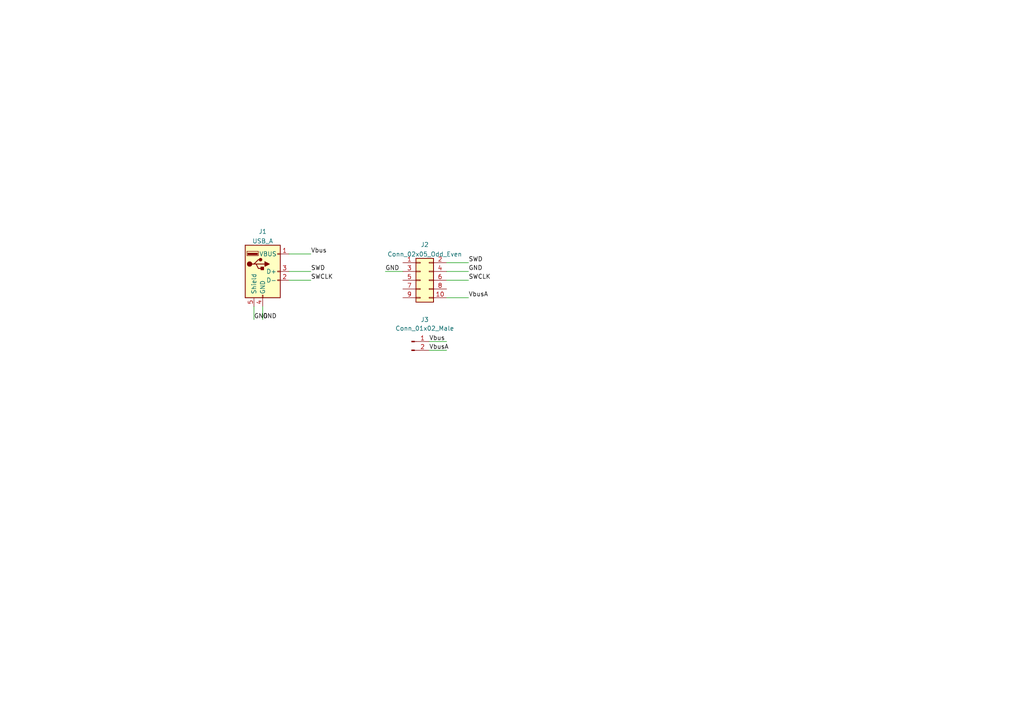
<source format=kicad_sch>
(kicad_sch (version 20211123) (generator eeschema)
  (paper "A4")
  (lib_symbols
    (symbol "Connector:Conn_01x02_Male" (pin_names (offset 1.016) hide)
      (property "Reference" "J" (at 0 2.54 0))
      (property "Value" "Conn_01x02_Male" (at 0 -5.08 0))
      (symbol "Conn_01x02_Male_1_1"
        (polyline (pts (xy 1.27 -2.54) (xy 0.8636 -2.54)) (stroke (width 0.1524)))
        (polyline (pts (xy 1.27 0) (xy 0.8636 0)) (stroke (width 0.1524)))
        (rectangle (start 0.8636 -2.413) (end 0 -2.667) (stroke (width 0.1524)) (fill (type outline)))
        (rectangle (start 0.8636 0.127) (end 0 -0.127) (stroke (width 0.1524)) (fill (type outline)))
        (pin passive line (at 5.08 0 180) (length 3.81) (name "Pin_1") (number "1"))
        (pin passive line (at 5.08 -2.54 180) (length 3.81) (name "Pin_2") (number "2"))
      )
    )
    (symbol "Connector:USB_A" (pin_names (offset 1.016))
      (property "Reference" "J" (at -5.08 11.43 0))
      (property "Value" "USB_A" (at -5.08 8.89 0))
      (symbol "USB_A_0_1"
        (rectangle (start -5.08 -7.62) (end 5.08 7.62) (stroke (width 0.254)) (fill (type background)))
        (circle (center -3.81 2.159) (radius 0.635) (stroke (width 0.254)) (fill (type outline)))
        (rectangle (start -1.524 4.826) (end -4.318 5.334) (fill (type outline)))
        (rectangle (start -1.27 4.572) (end -4.572 5.842))
        (circle (center -0.635 3.429) (radius 0.381) (stroke (width 0.254)) (fill (type outline)))
        (rectangle (start -0.127 -7.62) (end 0.127 -6.858))
        (polyline (pts (xy -3.175 2.159) (xy -2.54 2.159) (xy -1.27 3.429) (xy -0.635 3.429)) (stroke (width 0.254)))
        (polyline (pts (xy -2.54 2.159) (xy -1.905 2.159) (xy -1.27 0.889) (xy 0 0.889)) (stroke (width 0.254)))
        (polyline (pts (xy 0.635 2.794) (xy 0.635 1.524) (xy 1.905 2.159) (xy 0.635 2.794)) (stroke (width 0.254)) (fill (type outline)))
        (rectangle (start 0.254 1.27) (end -0.508 0.508) (stroke (width 0.254)) (fill (type outline)))
        (rectangle (start 5.08 -2.667) (end 4.318 -2.413))
        (rectangle (start 5.08 -0.127) (end 4.318 0.127))
        (rectangle (start 5.08 4.953) (end 4.318 5.207))
      )
      (symbol "USB_A_1_1"
        (polyline (pts (xy -1.905 2.159) (xy 0.635 2.159)) (stroke (width 0.254)))
        (pin power_in line (at 7.62 5.08 180) (length 2.54) (name "VBUS") (number "1"))
        (pin bidirectional line (at 7.62 -2.54 180) (length 2.54) (name "D-") (number "2"))
        (pin bidirectional line (at 7.62 0 180) (length 2.54) (name "D+") (number "3"))
        (pin power_in line (at 0 -10.16 90) (length 2.54) (name "GND") (number "4"))
        (pin passive line (at -2.54 -10.16 90) (length 2.54) (name "Shield") (number "5"))
      )
    )
    (symbol "Connector_Generic:Conn_02x05_Odd_Even" (pin_names (offset 1.016) hide)
      (property "Reference" "J" (at 1.27 7.62 0))
      (property "Value" "Conn_02x05_Odd_Even" (at 1.27 -7.62 0))
      (symbol "Conn_02x05_Odd_Even_1_1"
        (rectangle (start -1.27 -4.953) (end 0 -5.207) (stroke (width 0.1524)))
        (rectangle (start -1.27 -2.413) (end 0 -2.667) (stroke (width 0.1524)))
        (rectangle (start -1.27 0.127) (end 0 -0.127) (stroke (width 0.1524)))
        (rectangle (start -1.27 2.667) (end 0 2.413) (stroke (width 0.1524)))
        (rectangle (start -1.27 5.207) (end 0 4.953) (stroke (width 0.1524)))
        (rectangle (start -1.27 6.35) (end 3.81 -6.35) (stroke (width 0.254)) (fill (type background)))
        (rectangle (start 3.81 -4.953) (end 2.54 -5.207) (stroke (width 0.1524)))
        (rectangle (start 3.81 -2.413) (end 2.54 -2.667) (stroke (width 0.1524)))
        (rectangle (start 3.81 0.127) (end 2.54 -0.127) (stroke (width 0.1524)))
        (rectangle (start 3.81 2.667) (end 2.54 2.413) (stroke (width 0.1524)))
        (rectangle (start 3.81 5.207) (end 2.54 4.953) (stroke (width 0.1524)))
        (pin passive line (at -5.08 5.08 0) (length 3.81) (name "Pin_1") (number "1"))
        (pin passive line (at 7.62 -5.08 180) (length 3.81) (name "Pin_10") (number "10"))
        (pin passive line (at 7.62 5.08 180) (length 3.81) (name "Pin_2") (number "2"))
        (pin passive line (at -5.08 2.54 0) (length 3.81) (name "Pin_3") (number "3"))
        (pin passive line (at 7.62 2.54 180) (length 3.81) (name "Pin_4") (number "4"))
        (pin passive line (at -5.08 0 0) (length 3.81) (name "Pin_5") (number "5"))
        (pin passive line (at 7.62 0 180) (length 3.81) (name "Pin_6") (number "6"))
        (pin passive line (at -5.08 -2.54 0) (length 3.81) (name "Pin_7") (number "7"))
        (pin passive line (at 7.62 -2.54 180) (length 3.81) (name "Pin_8") (number "8"))
        (pin passive line (at -5.08 -5.08 0) (length 3.81) (name "Pin_9") (number "9"))
      )
    )
  )
  (wire (pts (xy 129.54 86.36) (xy 135.89 86.36)))
  (wire (pts (xy 129.54 78.74) (xy 135.89 78.74)))
  (wire (pts (xy 124.46 99.06) (xy 129.54 99.06)))
  (wire (pts (xy 111.76 78.74) (xy 116.84 78.74)))
  (wire (pts (xy 90.17 78.74) (xy 83.82 78.74)))
  (wire (pts (xy 124.46 101.6) (xy 129.54 101.6)))
  (wire (pts (xy 129.54 76.2) (xy 135.89 76.2)))
  (wire (pts (xy 129.54 81.28) (xy 135.89 81.28)))
  (wire (pts (xy 83.82 73.66) (xy 90.17 73.66)))
  (wire (pts (xy 76.2 88.9) (xy 76.2 92.71)))
  (wire (pts (xy 90.17 81.28) (xy 83.82 81.28)))
  (wire (pts (xy 73.66 88.9) (xy 73.66 92.71)))
  (label "SWCLK" (at 90.17 81.28 0))
  (label "GND" (at 73.66 92.71 0))
  (label "GND" (at 135.89 78.74 0))
  (label "Vbus" (at 124.46 99.06 0))
  (label "VbusA" (at 135.89 86.36 0))
  (label "SWD" (at 135.89 76.2 0))
  (label "Vbus" (at 90.17 73.66 0))
  (label "GND" (at 76.2 92.71 0))
  (label "VbusA" (at 124.46 101.6 0))
  (label "GND" (at 111.76 78.74 0))
  (label "SWD" (at 90.17 78.74 0))
  (label "SWCLK" (at 135.89 81.28 0))
  (symbol (lib_id "Connector_Generic:Conn_02x05_Odd_Even") (at 121.92 81.28 0) (unit 1)
    (property "Reference" "J2" (at 123.19 70.9635 0))
    (property "Value" "Conn_02x05_Odd_Even" (at 123.19 73.7386 0))
    (property "Footprint" "Connector_PinHeader_2.54mm:PinHeader_2x05_P2.54mm_Vertical" (effects hide))
  )
  (symbol (lib_id "Connector:Conn_01x02_Male") (at 119.38 99.06 0) (unit 1)
    (property "Reference" "J3" (at 123.19 92.71 0))
    (property "Value" "Conn_01x02_Male" (at 123.19 95.25 0))
    (property "Footprint" "Connector_PinHeader_2.54mm:PinHeader_1x02_P2.54mm_Vertical" (effects hide))
  )
  (symbol (lib_id "Connector:USB_A") (at 76.2 78.74 0) (unit 1)
    (property "Reference" "J1" (at 76.2 67.1535 0))
    (property "Value" "USB_A" (at 76.2 69.9286 0))
    (property "Footprint" "Connector_USB:USB_A_Molex_67643_Horizontal" (effects hide))
    (property "Datasheet" " ~" (effects hide))
  )
)
</source>
